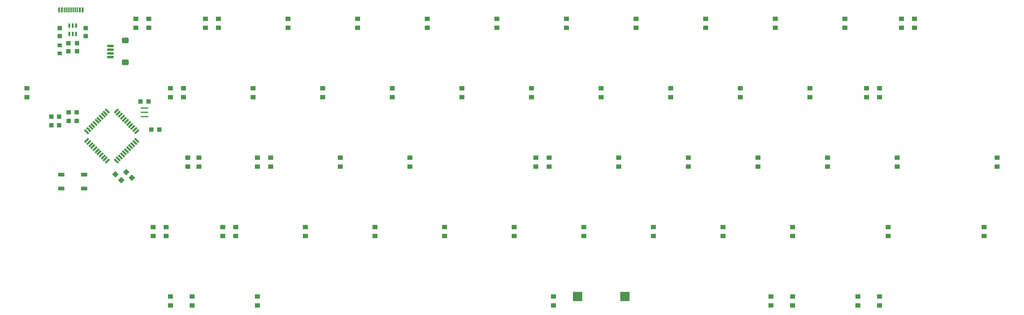
<source format=gbr>
G04 #@! TF.GenerationSoftware,KiCad,Pcbnew,(5.99.0-10216-g675444a646)*
G04 #@! TF.CreationDate,2021-04-25T23:19:06+08:00*
G04 #@! TF.ProjectId,plain60-flex-edition,706c6169-6e36-4302-9d66-6c65782d6564,rev?*
G04 #@! TF.SameCoordinates,Original*
G04 #@! TF.FileFunction,Paste,Bot*
G04 #@! TF.FilePolarity,Positive*
%FSLAX46Y46*%
G04 Gerber Fmt 4.6, Leading zero omitted, Abs format (unit mm)*
G04 Created by KiCad (PCBNEW (5.99.0-10216-g675444a646)) date 2021-04-25 23:19:06*
%MOMM*%
%LPD*%
G01*
G04 APERTURE LIST*
G04 Aperture macros list*
%AMRoundRect*
0 Rectangle with rounded corners*
0 $1 Rounding radius*
0 $2 $3 $4 $5 $6 $7 $8 $9 X,Y pos of 4 corners*
0 Add a 4 corners polygon primitive as box body*
4,1,4,$2,$3,$4,$5,$6,$7,$8,$9,$2,$3,0*
0 Add four circle primitives for the rounded corners*
1,1,$1+$1,$2,$3*
1,1,$1+$1,$4,$5*
1,1,$1+$1,$6,$7*
1,1,$1+$1,$8,$9*
0 Add four rect primitives between the rounded corners*
20,1,$1+$1,$2,$3,$4,$5,0*
20,1,$1+$1,$4,$5,$6,$7,0*
20,1,$1+$1,$6,$7,$8,$9,0*
20,1,$1+$1,$8,$9,$2,$3,0*%
%AMRotRect*
0 Rectangle, with rotation*
0 The origin of the aperture is its center*
0 $1 length*
0 $2 width*
0 $3 Rotation angle, in degrees counterclockwise*
0 Add horizontal line*
21,1,$1,$2,0,0,$3*%
G04 Aperture macros list end*
%ADD10R,1.400000X1.200000*%
%ADD11RotRect,1.500000X0.550000X315.000000*%
%ADD12RotRect,1.500000X0.550000X225.000000*%
%ADD13R,2.000000X0.400000*%
%ADD14R,1.700000X1.000000*%
%ADD15RotRect,1.200000X1.300000X135.000000*%
%ADD16R,1.300000X1.200000*%
%ADD17R,0.600000X1.450000*%
%ADD18R,0.300000X1.450000*%
%ADD19R,1.200000X1.250000*%
%ADD20R,1.300000X1.000000*%
%ADD21R,1.200000X1.300000*%
%ADD22R,0.600000X1.200000*%
%ADD23RoundRect,0.150000X-0.775000X0.150000X-0.775000X-0.150000X0.775000X-0.150000X0.775000X0.150000X0*%
%ADD24RoundRect,0.332800X-0.567200X0.467200X-0.567200X-0.467200X0.567200X-0.467200X0.567200X0.467200X0*%
%ADD25R,2.500000X2.500000*%
%ADD26RotRect,1.200000X1.250000X135.000000*%
G04 APERTURE END LIST*
D10*
X239911139Y-88115698D03*
X239911139Y-85715698D03*
X216098619Y-88115698D03*
X216098619Y-85715698D03*
X210145489Y-88115698D03*
X210145489Y-85715698D03*
X150614189Y-88115698D03*
X150614189Y-85715698D03*
X69651621Y-88115698D03*
X69651621Y-85715698D03*
X268486163Y-69065682D03*
X268486163Y-66665682D03*
X242292391Y-69065682D03*
X242292391Y-66665682D03*
X216098619Y-69065682D03*
X216098619Y-66665682D03*
X197048603Y-69065682D03*
X197048603Y-66665682D03*
X139898555Y-69065682D03*
X139898555Y-66665682D03*
X101798523Y-69065682D03*
X101798523Y-66665682D03*
X82748507Y-69065682D03*
X82748507Y-66665682D03*
X220861123Y-30965650D03*
X220861123Y-28565650D03*
X225623627Y-50015666D03*
X225623627Y-47615666D03*
X49410979Y-30965650D03*
X49410979Y-28565650D03*
X182761091Y-30965650D03*
X182761091Y-28565650D03*
X206573611Y-50015666D03*
X206573611Y-47615666D03*
X111323531Y-50015666D03*
X111323531Y-47615666D03*
X53578170Y-50015666D03*
X53578170Y-47615666D03*
X187523595Y-50015666D03*
X187523595Y-47615666D03*
X145851685Y-50015666D03*
X145851685Y-47615666D03*
X50601605Y-50015666D03*
X50601605Y-47615666D03*
X73223499Y-50015666D03*
X73223499Y-47615666D03*
X106561027Y-30965650D03*
X106561027Y-28565650D03*
X201811107Y-30965650D03*
X201811107Y-28565650D03*
X125611043Y-30965650D03*
X125611043Y-28565650D03*
X163711075Y-30965650D03*
X163711075Y-28565650D03*
X244673643Y-50015666D03*
X244673643Y-47615666D03*
X149423563Y-50015666D03*
X149423563Y-47615666D03*
X92273515Y-50015666D03*
X92273515Y-47615666D03*
X60126613Y-69065682D03*
X60126613Y-66665682D03*
X158948571Y-69065682D03*
X158948571Y-66665682D03*
X272058041Y-50015666D03*
X272058041Y-47615666D03*
X51792231Y-88115698D03*
X51792231Y-85715698D03*
X168473579Y-50015666D03*
X168473579Y-47615666D03*
X87511011Y-30965650D03*
X87511011Y-28565650D03*
X239911139Y-30965650D03*
X239911139Y-28565650D03*
X69651621Y-50015666D03*
X69651621Y-47615666D03*
X144661059Y-30965650D03*
X144661059Y-28565650D03*
X177998587Y-69065682D03*
X177998587Y-66665682D03*
X120848539Y-69065682D03*
X120848539Y-66665682D03*
X68460995Y-30965650D03*
X68460995Y-28565650D03*
D11*
X22906714Y-40469828D03*
X23472400Y-39904143D03*
X24038085Y-39338458D03*
X24603770Y-38772772D03*
X25169456Y-38207087D03*
X25735141Y-37641401D03*
X26300827Y-37075716D03*
X26866512Y-36510030D03*
X27432198Y-35944345D03*
X27997883Y-35378660D03*
X28563568Y-34812974D03*
D12*
X30967732Y-34812974D03*
X31533417Y-35378660D03*
X32099102Y-35944345D03*
X32664788Y-36510030D03*
X33230473Y-37075716D03*
X33796159Y-37641401D03*
X34361844Y-38207087D03*
X34927530Y-38772772D03*
X35493215Y-39338458D03*
X36058900Y-39904143D03*
X36624586Y-40469828D03*
D11*
X36624586Y-42873992D03*
X36058900Y-43439677D03*
X35493215Y-44005362D03*
X34927530Y-44571048D03*
X34361844Y-45136733D03*
X33796159Y-45702419D03*
X33230473Y-46268104D03*
X32664788Y-46833790D03*
X32099102Y-47399475D03*
X31533417Y-47965160D03*
X30967732Y-48530846D03*
D12*
X28563568Y-48530846D03*
X27997883Y-47965160D03*
X27432198Y-47399475D03*
X26866512Y-46833790D03*
X26300827Y-46268104D03*
X25735141Y-45702419D03*
X25169456Y-45136733D03*
X24603770Y-44571048D03*
X24038085Y-44005362D03*
X23472400Y-43439677D03*
X22906714Y-42873992D03*
D13*
X38695345Y-36323467D03*
X38695345Y-33923467D03*
X38695345Y-35123467D03*
D14*
X22200016Y-56073483D03*
X15900016Y-56073483D03*
X15900016Y-52273483D03*
X22200016Y-52273483D03*
D15*
X35267505Y-53126895D03*
X33711871Y-51571261D03*
D10*
X173236083Y-11915634D03*
X173236083Y-9515634D03*
X249436147Y-11915634D03*
X249436147Y-9515634D03*
X154186067Y-11915634D03*
X154186067Y-9515634D03*
X230386131Y-11915634D03*
X230386131Y-9515634D03*
X192286099Y-11915634D03*
X192286099Y-9515634D03*
X245864269Y-11915634D03*
X245864269Y-9515634D03*
X45839101Y-30965650D03*
X45839101Y-28565650D03*
X6548443Y-30965650D03*
X6548443Y-28565650D03*
X211336115Y-11915634D03*
X211336115Y-9515634D03*
X116086035Y-11915634D03*
X116086035Y-9515634D03*
X55364109Y-11915634D03*
X55364109Y-9515634D03*
X77986003Y-11915634D03*
X77986003Y-9515634D03*
X135136051Y-11915634D03*
X135136051Y-9515634D03*
X97036019Y-11915634D03*
X97036019Y-9515634D03*
X58935987Y-11915634D03*
X58935987Y-9515634D03*
X233958009Y-88115698D03*
X233958009Y-85715698D03*
D16*
X17859390Y-18364077D03*
X17859390Y-16164077D03*
D17*
X15343000Y-7075000D03*
X16118000Y-7075000D03*
D18*
X16818000Y-7075000D03*
X17318000Y-7075000D03*
X17818000Y-7075000D03*
X18318000Y-7075000D03*
X18818000Y-7075000D03*
X19318000Y-7075000D03*
X19818000Y-7075000D03*
X20318000Y-7075000D03*
D17*
X21018000Y-7075000D03*
X21793000Y-7075000D03*
D10*
X63698491Y-69065682D03*
X63698491Y-66665682D03*
D19*
X39795345Y-32146902D03*
X37595345Y-32146902D03*
X17950016Y-37504719D03*
X20150016Y-37504719D03*
D10*
X41076597Y-69065682D03*
X41076597Y-66665682D03*
X236339261Y-30965650D03*
X236339261Y-28565650D03*
D20*
X15478138Y-18959390D03*
X15478138Y-16759390D03*
D10*
X36314093Y-11915634D03*
X36314093Y-9515634D03*
X44648475Y-69065682D03*
X44648475Y-66665682D03*
D16*
X20240642Y-16164077D03*
X20240642Y-18364077D03*
D19*
X15387512Y-36314093D03*
X13187512Y-36314093D03*
X42771910Y-39885971D03*
X40571910Y-39885971D03*
D21*
X15387512Y-38695345D03*
X13187512Y-38695345D03*
D16*
X22621894Y-11996886D03*
X22621894Y-14196886D03*
D10*
X39885971Y-11915634D03*
X39885971Y-9515634D03*
X45839101Y-88115698D03*
X45839101Y-85715698D03*
D22*
X18100016Y-11351573D03*
X19050016Y-11351573D03*
X20000016Y-11351573D03*
X20000016Y-13651573D03*
X19050016Y-13651573D03*
X18100016Y-13651573D03*
D16*
X15478138Y-14196886D03*
X15478138Y-11996886D03*
D23*
X29401589Y-16954703D03*
X29401589Y-17954703D03*
X29401589Y-18954703D03*
X29401589Y-19954703D03*
D24*
X33426589Y-15454703D03*
X33426589Y-21454703D03*
D25*
X157211075Y-85725072D03*
X170211075Y-85725072D03*
D19*
X17950016Y-35123467D03*
X20150016Y-35123467D03*
D26*
X32329406Y-53760674D03*
X30773772Y-52205040D03*
M02*

</source>
